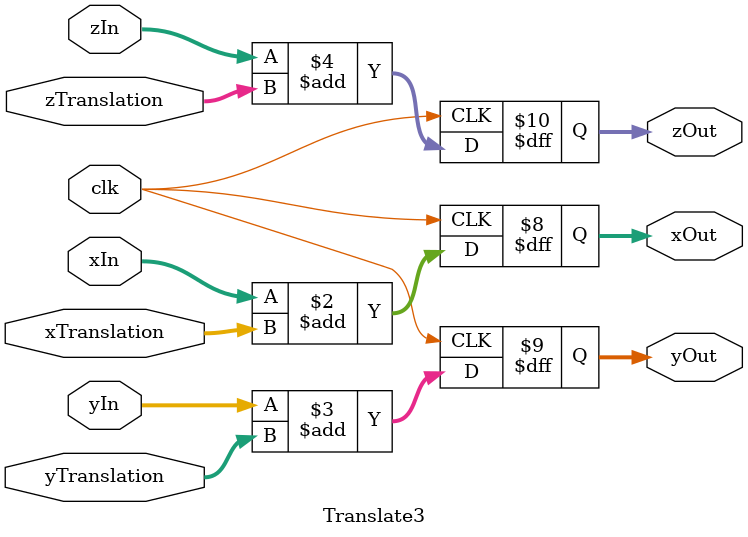
<source format=v>
module Translate2(clk, xIn, yIn, xTranslation, yTranslation, xOut, yOut);
    parameter bits = 32;
    
    input  wire clk;
    input  wire signed [bits - 1 : 0] xIn;
    input  wire signed [bits - 1 : 0] yIn;
    input  wire signed [bits - 1 : 0] xTranslation;
    input  wire signed [bits - 1 : 0] yTranslation;
    output reg  signed [bits - 1 : 0] xOut = 0;
    output reg  signed [bits - 1 : 0] yOut = 0;

    always @(posedge clk)
    begin
        xOut = xIn + xTranslation;
        yOut = yIn + yTranslation;
    end
endmodule


module Translate3(clk, xIn, yIn, zIn, xTranslation, yTranslation, zTranslation, xOut, yOut, zOut);
    parameter bits = 32;
    
    input  wire clk;
    input  wire signed [bits - 1 : 0] xIn;
    input  wire signed [bits - 1 : 0] yIn;
    input  wire signed [bits - 1 : 0] zIn;
    input  wire signed [bits - 1 : 0] xTranslation;
    input  wire signed [bits - 1 : 0] yTranslation;
    input  wire signed [bits - 1 : 0] zTranslation;
    output reg  signed [bits - 1 : 0] xOut = 0;
    output reg  signed [bits - 1 : 0] yOut = 0;
    output reg  signed [bits - 1 : 0] zOut = 0;

    always @(posedge clk)
    begin
        xOut = xIn + xTranslation;
        yOut = yIn + yTranslation;
        zOut = zIn + zTranslation;
    end
endmodule


</source>
